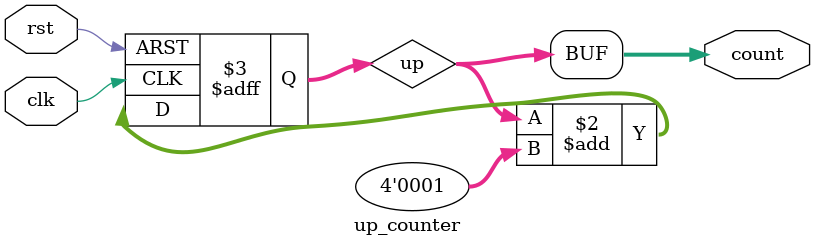
<source format=v>
`timescale 1ns / 1ps


//////////////////////////////////////////////////////////////////////////////////


module up_counter(
    input clk,
    input rst,
    output [3:0] count
    );
    reg [3:0] up;
    
    always @(posedge clk or posedge rst)
    begin
    if(rst)
     up <= 4'd0;
    else
     up <= up + 4'd1;
    end 
     assign count = up;
endmodule

</source>
